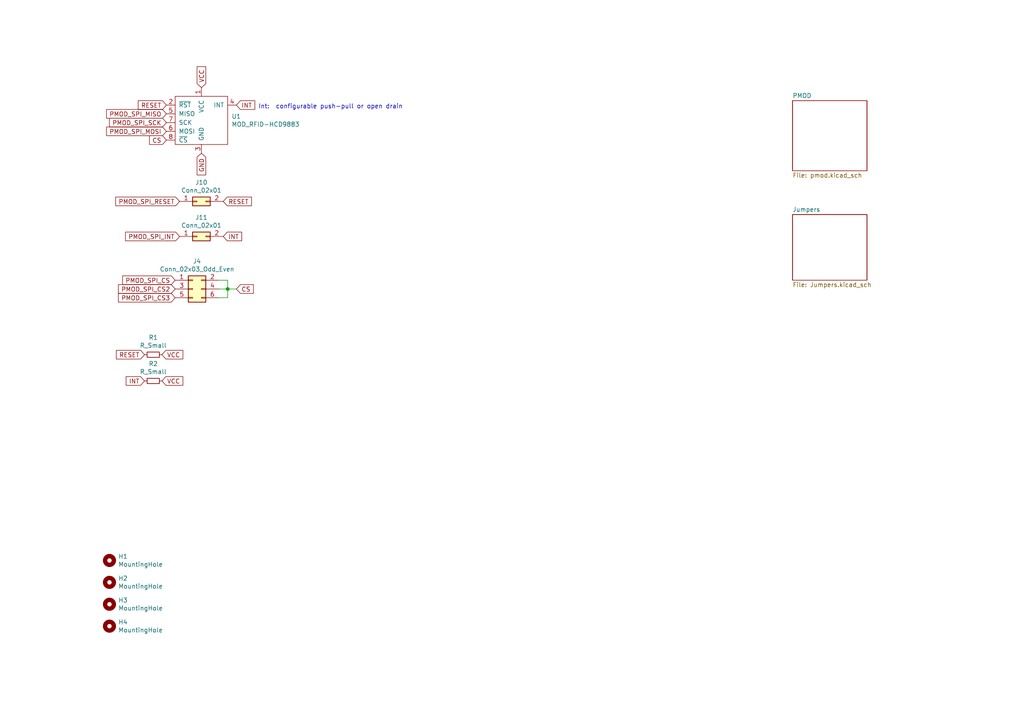
<source format=kicad_sch>
(kicad_sch (version 20211123) (generator eeschema)
  (paper "A4")
  (lib_symbols
    (symbol "AvS_Modules:MOD_RFID-RC522" (pin_names (offset 1.016))
      (property "Reference" "U" (at -6.35 -8.89 0))
      (property "Value" "MOD_RFID-RC522" (at 10.16 -8.89 0))
      (symbol "MOD_RFID-RC522_1_1"
        (rectangle (start -7.62 6.35) (end 7.62 -7.62))
        (pin power_in line (at 0 8.89 270) (length 2.54) (name "VCC") (number "1"))
        (pin input line (at -10.16 3.81 0) (length 2.54) (name "~{RST}") (number "2"))
        (pin power_in line (at 0 -10.16 90) (length 2.54) (name "GND") (number "3"))
        (pin output line (at 10.16 3.81 180) (length 2.54) (name "INT") (number "4"))
        (pin output line (at -10.16 1.27 0) (length 2.54) (name "MISO") (number "5"))
        (pin input line (at -10.16 -3.81 0) (length 2.54) (name "MOSI") (number "6"))
        (pin input line (at -10.16 -1.27 0) (length 2.54) (name "SCK") (number "7"))
        (pin input line (at -10.16 -6.35 0) (length 2.54) (name "~{CS}") (number "8"))
      )
    )
    (symbol "Connector_Generic:Conn_02x01" (pin_names (offset 1.016) hide)
      (property "Reference" "J" (at 1.27 2.54 0))
      (property "Value" "Conn_02x01" (at 1.27 -2.54 0))
      (symbol "Conn_02x01_1_1"
        (rectangle (start -1.27 0.127) (end 0 -0.127) (stroke (width 0.1524)))
        (rectangle (start -1.27 1.27) (end 3.81 -1.27) (stroke (width 0.254)) (fill (type background)))
        (rectangle (start 3.81 0.127) (end 2.54 -0.127) (stroke (width 0.1524)))
        (pin passive line (at -5.08 0 0) (length 3.81) (name "Pin_1") (number "1"))
        (pin passive line (at 7.62 0 180) (length 3.81) (name "Pin_2") (number "2"))
      )
    )
    (symbol "Connector_Generic:Conn_02x03_Odd_Even" (pin_names (offset 1.016) hide)
      (property "Reference" "J" (at 1.27 5.08 0))
      (property "Value" "Conn_02x03_Odd_Even" (at 1.27 -5.08 0))
      (symbol "Conn_02x03_Odd_Even_1_1"
        (rectangle (start -1.27 -2.413) (end 0 -2.667) (stroke (width 0.1524)))
        (rectangle (start -1.27 0.127) (end 0 -0.127) (stroke (width 0.1524)))
        (rectangle (start -1.27 2.667) (end 0 2.413) (stroke (width 0.1524)))
        (rectangle (start -1.27 3.81) (end 3.81 -3.81) (stroke (width 0.254)) (fill (type background)))
        (rectangle (start 3.81 -2.413) (end 2.54 -2.667) (stroke (width 0.1524)))
        (rectangle (start 3.81 0.127) (end 2.54 -0.127) (stroke (width 0.1524)))
        (rectangle (start 3.81 2.667) (end 2.54 2.413) (stroke (width 0.1524)))
        (pin passive line (at -5.08 2.54 0) (length 3.81) (name "Pin_1") (number "1"))
        (pin passive line (at 7.62 2.54 180) (length 3.81) (name "Pin_2") (number "2"))
        (pin passive line (at -5.08 0 0) (length 3.81) (name "Pin_3") (number "3"))
        (pin passive line (at 7.62 0 180) (length 3.81) (name "Pin_4") (number "4"))
        (pin passive line (at -5.08 -2.54 0) (length 3.81) (name "Pin_5") (number "5"))
        (pin passive line (at 7.62 -2.54 180) (length 3.81) (name "Pin_6") (number "6"))
      )
    )
    (symbol "Device:R_Small" (pin_numbers hide) (pin_names (offset 0.254) hide)
      (property "Reference" "R" (at 0.762 0.508 0))
      (property "Value" "R_Small" (at 0.762 -1.016 0))
      (symbol "R_Small_0_1"
        (rectangle (start -0.762 1.778) (end 0.762 -1.778) (stroke (width 0.2032)))
      )
      (symbol "R_Small_1_1"
        (pin passive line (at 0 2.54 270) (length 0.762) (name "~") (number "1"))
        (pin passive line (at 0 -2.54 90) (length 0.762) (name "~") (number "2"))
      )
    )
    (symbol "Mechanical:MountingHole" (pin_names (offset 1.016))
      (property "Reference" "H" (at 0 5.08 0))
      (property "Value" "MountingHole" (at 0 3.175 0))
      (symbol "MountingHole_0_1"
        (circle (center 0 0) (radius 1.27) (stroke (width 1.27)))
      )
    )
  )
  (junction (at 66.04 83.82))
  (wire (pts (xy 63.5 81.28) (xy 66.04 81.28)))
  (wire (pts (xy 63.5 86.36) (xy 66.04 86.36)))
  (wire (pts (xy 66.04 86.36) (xy 66.04 83.82)))
  (wire (pts (xy 66.04 83.82) (xy 68.58 83.82)))
  (wire (pts (xy 66.04 81.28) (xy 66.04 83.82)))
  (wire (pts (xy 66.04 83.82) (xy 63.5 83.82)))
  (text "Int:  configurable push-pull or open drain" (at 74.93 31.75 0) (effects (font (size 1.27 1.27)) (justify left bottom)))
  (global_label "PMOD_SPI_MOSI" (shape input) (at 48.26 38.1 180) (property "Intersheet-verwijzingen" "${INTERSHEET_REFS}" (effects hide)))
  (global_label "PMOD_SPI_RESET" (shape input) (at 52.07 58.42 180) (property "Intersheet-verwijzingen" "${INTERSHEET_REFS}" (effects hide)))
  (global_label "PMOD_SPI_CS2" (shape input) (at 50.8 83.82 180) (property "Intersheet-verwijzingen" "${INTERSHEET_REFS}" (effects hide)))
  (global_label "VCC" (shape input) (at 46.99 102.87 0) (property "Intersheet-verwijzingen" "${INTERSHEET_REFS}" (effects hide)))
  (global_label "VCC" (shape input) (at 46.99 110.49 0) (property "Intersheet-verwijzingen" "${INTERSHEET_REFS}" (effects hide)))
  (global_label "INT" (shape input) (at 41.91 110.49 180) (property "Intersheet-verwijzingen" "${INTERSHEET_REFS}" (effects hide)))
  (global_label "INT" (shape input) (at 68.58 30.48 0) (property "Intersheet-verwijzingen" "${INTERSHEET_REFS}" (effects hide)))
  (global_label "INT" (shape input) (at 64.77 68.58 0) (property "Intersheet-verwijzingen" "${INTERSHEET_REFS}" (effects hide)))
  (global_label "CS" (shape input) (at 68.58 83.82 0) (property "Intersheet-verwijzingen" "${INTERSHEET_REFS}" (effects hide)))
  (global_label "CS" (shape input) (at 48.26 40.64 180) (property "Intersheet-verwijzingen" "${INTERSHEET_REFS}" (effects hide)))
  (global_label "GND" (shape input) (at 58.42 44.45 270) (property "Intersheet-verwijzingen" "${INTERSHEET_REFS}" (effects hide)))
  (global_label "PMOD_SPI_MISO" (shape input) (at 48.26 33.02 180) (property "Intersheet-verwijzingen" "${INTERSHEET_REFS}" (effects hide)))
  (global_label "PMOD_SPI_CS3" (shape input) (at 50.8 86.36 180) (property "Intersheet-verwijzingen" "${INTERSHEET_REFS}" (effects hide)))
  (global_label "PMOD_SPI_INT" (shape input) (at 52.07 68.58 180) (property "Intersheet-verwijzingen" "${INTERSHEET_REFS}" (effects hide)))
  (global_label "RESET" (shape input) (at 48.26 30.48 180) (property "Intersheet-verwijzingen" "${INTERSHEET_REFS}" (effects hide)))
  (global_label "PMOD_SPI_SCK" (shape input) (at 48.26 35.56 180) (property "Intersheet-verwijzingen" "${INTERSHEET_REFS}" (effects hide)))
  (global_label "VCC" (shape input) (at 58.42 25.4 90) (property "Intersheet-verwijzingen" "${INTERSHEET_REFS}" (effects hide)))
  (global_label "PMOD_SPI_CS" (shape input) (at 50.8 81.28 180) (property "Intersheet-verwijzingen" "${INTERSHEET_REFS}" (effects hide)))
  (global_label "RESET" (shape input) (at 64.77 58.42 0) (property "Intersheet-verwijzingen" "${INTERSHEET_REFS}" (effects hide)))
  (global_label "RESET" (shape input) (at 41.91 102.87 180) (property "Intersheet-verwijzingen" "${INTERSHEET_REFS}" (effects hide)))
  (symbol (lib_id "Mechanical:MountingHole") (at 31.75 181.61 0) (unit 1)
    (property "Reference" "H4" (at 34.29 180.4416 0) (effects (justify left)))
    (property "Value" "MountingHole" (at 34.29 182.753 0) (effects (justify left)))
    (property "Footprint" "MountingHole:MountingHole_3.2mm_M3_Pad_Via" (effects hide))
  )
  (symbol (lib_id "Mechanical:MountingHole") (at 31.75 175.26 0) (unit 1)
    (property "Reference" "H3" (at 34.29 174.0916 0) (effects (justify left)))
    (property "Value" "MountingHole" (at 34.29 176.403 0) (effects (justify left)))
    (property "Footprint" "MountingHole:MountingHole_3.2mm_M3_Pad_Via" (effects hide))
  )
  (symbol (lib_id "Mechanical:MountingHole") (at 31.75 168.91 0) (unit 1)
    (property "Reference" "H2" (at 34.29 167.7416 0) (effects (justify left)))
    (property "Value" "MountingHole" (at 34.29 170.053 0) (effects (justify left)))
    (property "Footprint" "MountingHole:MountingHole_3.2mm_M3_Pad_Via" (effects hide))
  )
  (symbol (lib_id "Mechanical:MountingHole") (at 31.75 162.56 0) (unit 1)
    (property "Reference" "H1" (at 34.29 161.3916 0) (effects (justify left)))
    (property "Value" "MountingHole" (at 34.29 163.703 0) (effects (justify left)))
    (property "Footprint" "MountingHole:MountingHole_3.2mm_M3_Pad_Via" (effects hide))
  )
  (symbol (lib_id "AvS_Modules:MOD_RFID-RC522") (at 58.42 34.29 0) (unit 1)
    (property "Reference" "U1" (at 67.1576 33.7566 0) (effects (justify left)))
    (property "Value" "MOD_RFID-HCD9883" (at 67.1576 36.068 0) (effects (justify left)))
    (property "Footprint" "AvS_Modules:MOD_RFID-RC522_STRAIGHT_UP" (effects hide))
  )
  (symbol (lib_id "Connector_Generic:Conn_02x03_Odd_Even") (at 55.88 83.82 0) (unit 1)
    (property "Reference" "J4" (at 57.15 75.7682 0))
    (property "Value" "Conn_02x03_Odd_Even" (at 57.15 78.0796 0))
    (property "Footprint" "Connector_PinHeader_2.54mm:PinHeader_2x03_P2.54mm_Vertical" (effects hide))
  )
  (symbol (lib_id "Connector_Generic:Conn_02x01") (at 57.15 58.42 0) (unit 1)
    (property "Reference" "J10" (at 58.42 52.9082 0))
    (property "Value" "Conn_02x01" (at 58.42 55.2196 0))
    (property "Footprint" "Connector_PinHeader_2.54mm:PinHeader_1x02_P2.54mm_Vertical" (effects hide))
  )
  (symbol (lib_id "Connector_Generic:Conn_02x01") (at 57.15 68.58 0) (unit 1)
    (property "Reference" "J11" (at 58.42 63.0682 0))
    (property "Value" "Conn_02x01" (at 58.42 65.3796 0))
    (property "Footprint" "Connector_PinHeader_2.54mm:PinHeader_1x02_P2.54mm_Vertical" (effects hide))
  )
  (symbol (lib_id "Device:R_Small") (at 44.45 102.87 270) (unit 1)
    (property "Reference" "R1" (at 44.45 97.8916 90))
    (property "Value" "R_Small" (at 44.45 100.203 90))
    (property "Footprint" "Resistor_THT:R_Axial_DIN0207_L6.3mm_D2.5mm_P10.16mm_Horizontal" (effects hide))
  )
  (symbol (lib_id "Device:R_Small") (at 44.45 110.49 270) (unit 1)
    (property "Reference" "R2" (at 44.45 105.5116 90))
    (property "Value" "R_Small" (at 44.45 107.823 90))
    (property "Footprint" "Resistor_THT:R_Axial_DIN0207_L6.3mm_D2.5mm_P10.16mm_Horizontal" (effects hide))
  )
  (sheet (at 229.87 29.21) (size 21.59 20.32)
    (property "Sheet name" "PMOD" (at 229.87 28.4984 0) (effects (justify left bottom)))
    (property "Sheet file" "pmod.kicad_sch" (at 229.87 50.1146 0) (effects (justify left top)))
  )
  (sheet (at 229.87 62.23) (size 21.59 19.05)
    (property "Sheet name" "Jumpers" (at 229.87 61.5184 0) (effects (justify left bottom)))
    (property "Sheet file" "Jumpers.kicad_sch" (at 229.87 81.8646 0) (effects (justify left top)))
  )
)
</source>
